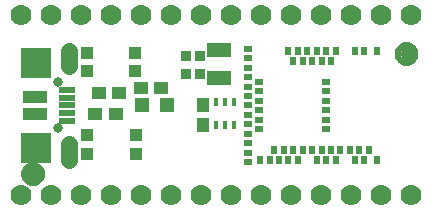
<source format=gbr>
G04 EAGLE Gerber RS-274X export*
G75*
%MOMM*%
%FSLAX34Y34*%
%LPD*%
%INSoldermask Top*%
%IPPOS*%
%AMOC8*
5,1,8,0,0,1.08239X$1,22.5*%
G01*
%ADD10R,1.001600X1.001600*%
%ADD11C,0.801600*%
%ADD12R,2.514600X2.514600*%
%ADD13C,1.409600*%
%ADD14R,2.101600X1.101600*%
%ADD15R,1.450000X0.500000*%
%ADD16R,1.301600X1.301600*%
%ADD17R,0.501600X0.701600*%
%ADD18R,0.701600X0.501600*%
%ADD19R,1.101600X1.176600*%
%ADD20R,1.176600X1.101600*%
%ADD21C,1.101600*%
%ADD22C,0.500000*%
%ADD23C,1.778000*%
%ADD24R,0.451600X0.801600*%
%ADD25R,2.001600X1.201600*%
%ADD26R,0.901600X0.901600*%


D10*
X109908Y63880D03*
X109908Y47880D03*
X68908Y47880D03*
X68908Y63880D03*
D11*
X44450Y108400D03*
X44450Y69400D03*
D12*
X25450Y52900D03*
X25450Y124900D03*
D13*
X53450Y121900D02*
X53450Y134980D01*
X53450Y55900D02*
X53450Y42820D01*
D14*
X24450Y96400D03*
X24450Y81400D03*
D15*
X52200Y101900D03*
X52200Y95400D03*
X52200Y88900D03*
X52200Y82400D03*
X52200Y75900D03*
D16*
X115230Y89154D03*
X136230Y89154D03*
D17*
X314360Y135400D03*
X295360Y135400D03*
X279360Y135400D03*
X275360Y126400D03*
X267360Y126400D03*
X259360Y126400D03*
X255360Y135400D03*
X251360Y126400D03*
X247360Y135400D03*
X243360Y126400D03*
X239360Y135400D03*
X263360Y135400D03*
D18*
X205360Y136900D03*
D17*
X271360Y135400D03*
D18*
X205360Y128900D03*
D17*
X303360Y135400D03*
D18*
X205360Y120900D03*
X205360Y112900D03*
X205360Y104900D03*
X205360Y96900D03*
X205360Y88900D03*
X205360Y80900D03*
X205360Y72900D03*
X214360Y100900D03*
X214360Y92900D03*
X214360Y84900D03*
X214360Y76900D03*
X214360Y68900D03*
X205360Y48900D03*
X205360Y64900D03*
X205360Y56900D03*
X205360Y40900D03*
D17*
X215360Y42400D03*
X223360Y42400D03*
X231360Y42400D03*
X235360Y51400D03*
X243360Y51400D03*
X239360Y42400D03*
X227360Y51400D03*
D18*
X214360Y108900D03*
D17*
X247360Y42400D03*
X251360Y51400D03*
X259360Y51400D03*
X263360Y42400D03*
X267360Y51400D03*
X271360Y42400D03*
X275360Y51400D03*
X279360Y42400D03*
X283360Y51400D03*
X291360Y51400D03*
X295360Y42400D03*
X299360Y51400D03*
X303360Y42400D03*
X307360Y51400D03*
X314360Y42400D03*
D18*
X271360Y108900D03*
X271360Y100900D03*
X271360Y92900D03*
X271360Y84900D03*
X271360Y76900D03*
X271360Y68900D03*
D19*
X167259Y89526D03*
X167259Y72526D03*
D20*
X114817Y103886D03*
X131817Y103886D03*
X79130Y99060D03*
X96130Y99060D03*
X75955Y81915D03*
X92955Y81915D03*
D21*
X23114Y30734D03*
D22*
X23114Y38234D02*
X22933Y38232D01*
X22752Y38225D01*
X22571Y38214D01*
X22390Y38199D01*
X22210Y38179D01*
X22030Y38155D01*
X21851Y38127D01*
X21673Y38094D01*
X21496Y38057D01*
X21319Y38016D01*
X21144Y37971D01*
X20969Y37921D01*
X20796Y37867D01*
X20625Y37809D01*
X20454Y37747D01*
X20286Y37680D01*
X20119Y37610D01*
X19953Y37536D01*
X19790Y37457D01*
X19629Y37375D01*
X19469Y37289D01*
X19312Y37199D01*
X19157Y37105D01*
X19004Y37008D01*
X18854Y36906D01*
X18706Y36802D01*
X18560Y36693D01*
X18418Y36582D01*
X18278Y36466D01*
X18141Y36348D01*
X18006Y36226D01*
X17875Y36101D01*
X17747Y35973D01*
X17622Y35842D01*
X17500Y35707D01*
X17382Y35570D01*
X17266Y35430D01*
X17155Y35288D01*
X17046Y35142D01*
X16942Y34994D01*
X16840Y34844D01*
X16743Y34691D01*
X16649Y34536D01*
X16559Y34379D01*
X16473Y34219D01*
X16391Y34058D01*
X16312Y33895D01*
X16238Y33729D01*
X16168Y33562D01*
X16101Y33394D01*
X16039Y33223D01*
X15981Y33052D01*
X15927Y32879D01*
X15877Y32704D01*
X15832Y32529D01*
X15791Y32352D01*
X15754Y32175D01*
X15721Y31997D01*
X15693Y31818D01*
X15669Y31638D01*
X15649Y31458D01*
X15634Y31277D01*
X15623Y31096D01*
X15616Y30915D01*
X15614Y30734D01*
X23114Y38234D02*
X23295Y38232D01*
X23476Y38225D01*
X23657Y38214D01*
X23838Y38199D01*
X24018Y38179D01*
X24198Y38155D01*
X24377Y38127D01*
X24555Y38094D01*
X24732Y38057D01*
X24909Y38016D01*
X25084Y37971D01*
X25259Y37921D01*
X25432Y37867D01*
X25603Y37809D01*
X25774Y37747D01*
X25942Y37680D01*
X26109Y37610D01*
X26275Y37536D01*
X26438Y37457D01*
X26599Y37375D01*
X26759Y37289D01*
X26916Y37199D01*
X27071Y37105D01*
X27224Y37008D01*
X27374Y36906D01*
X27522Y36802D01*
X27668Y36693D01*
X27810Y36582D01*
X27950Y36466D01*
X28087Y36348D01*
X28222Y36226D01*
X28353Y36101D01*
X28481Y35973D01*
X28606Y35842D01*
X28728Y35707D01*
X28846Y35570D01*
X28962Y35430D01*
X29073Y35288D01*
X29182Y35142D01*
X29286Y34994D01*
X29388Y34844D01*
X29485Y34691D01*
X29579Y34536D01*
X29669Y34379D01*
X29755Y34219D01*
X29837Y34058D01*
X29916Y33895D01*
X29990Y33729D01*
X30060Y33562D01*
X30127Y33394D01*
X30189Y33223D01*
X30247Y33052D01*
X30301Y32879D01*
X30351Y32704D01*
X30396Y32529D01*
X30437Y32352D01*
X30474Y32175D01*
X30507Y31997D01*
X30535Y31818D01*
X30559Y31638D01*
X30579Y31458D01*
X30594Y31277D01*
X30605Y31096D01*
X30612Y30915D01*
X30614Y30734D01*
X30612Y30553D01*
X30605Y30372D01*
X30594Y30191D01*
X30579Y30010D01*
X30559Y29830D01*
X30535Y29650D01*
X30507Y29471D01*
X30474Y29293D01*
X30437Y29116D01*
X30396Y28939D01*
X30351Y28764D01*
X30301Y28589D01*
X30247Y28416D01*
X30189Y28245D01*
X30127Y28074D01*
X30060Y27906D01*
X29990Y27739D01*
X29916Y27573D01*
X29837Y27410D01*
X29755Y27249D01*
X29669Y27089D01*
X29579Y26932D01*
X29485Y26777D01*
X29388Y26624D01*
X29286Y26474D01*
X29182Y26326D01*
X29073Y26180D01*
X28962Y26038D01*
X28846Y25898D01*
X28728Y25761D01*
X28606Y25626D01*
X28481Y25495D01*
X28353Y25367D01*
X28222Y25242D01*
X28087Y25120D01*
X27950Y25002D01*
X27810Y24886D01*
X27668Y24775D01*
X27522Y24666D01*
X27374Y24562D01*
X27224Y24460D01*
X27071Y24363D01*
X26916Y24269D01*
X26759Y24179D01*
X26599Y24093D01*
X26438Y24011D01*
X26275Y23932D01*
X26109Y23858D01*
X25942Y23788D01*
X25774Y23721D01*
X25603Y23659D01*
X25432Y23601D01*
X25259Y23547D01*
X25084Y23497D01*
X24909Y23452D01*
X24732Y23411D01*
X24555Y23374D01*
X24377Y23341D01*
X24198Y23313D01*
X24018Y23289D01*
X23838Y23269D01*
X23657Y23254D01*
X23476Y23243D01*
X23295Y23236D01*
X23114Y23234D01*
X22933Y23236D01*
X22752Y23243D01*
X22571Y23254D01*
X22390Y23269D01*
X22210Y23289D01*
X22030Y23313D01*
X21851Y23341D01*
X21673Y23374D01*
X21496Y23411D01*
X21319Y23452D01*
X21144Y23497D01*
X20969Y23547D01*
X20796Y23601D01*
X20625Y23659D01*
X20454Y23721D01*
X20286Y23788D01*
X20119Y23858D01*
X19953Y23932D01*
X19790Y24011D01*
X19629Y24093D01*
X19469Y24179D01*
X19312Y24269D01*
X19157Y24363D01*
X19004Y24460D01*
X18854Y24562D01*
X18706Y24666D01*
X18560Y24775D01*
X18418Y24886D01*
X18278Y25002D01*
X18141Y25120D01*
X18006Y25242D01*
X17875Y25367D01*
X17747Y25495D01*
X17622Y25626D01*
X17500Y25761D01*
X17382Y25898D01*
X17266Y26038D01*
X17155Y26180D01*
X17046Y26326D01*
X16942Y26474D01*
X16840Y26624D01*
X16743Y26777D01*
X16649Y26932D01*
X16559Y27089D01*
X16473Y27249D01*
X16391Y27410D01*
X16312Y27573D01*
X16238Y27739D01*
X16168Y27906D01*
X16101Y28074D01*
X16039Y28245D01*
X15981Y28416D01*
X15927Y28589D01*
X15877Y28764D01*
X15832Y28939D01*
X15791Y29116D01*
X15754Y29293D01*
X15721Y29471D01*
X15693Y29650D01*
X15669Y29830D01*
X15649Y30010D01*
X15634Y30191D01*
X15623Y30372D01*
X15616Y30553D01*
X15614Y30734D01*
D21*
X339344Y132461D03*
D22*
X339344Y139961D02*
X339163Y139959D01*
X338982Y139952D01*
X338801Y139941D01*
X338620Y139926D01*
X338440Y139906D01*
X338260Y139882D01*
X338081Y139854D01*
X337903Y139821D01*
X337726Y139784D01*
X337549Y139743D01*
X337374Y139698D01*
X337199Y139648D01*
X337026Y139594D01*
X336855Y139536D01*
X336684Y139474D01*
X336516Y139407D01*
X336349Y139337D01*
X336183Y139263D01*
X336020Y139184D01*
X335859Y139102D01*
X335699Y139016D01*
X335542Y138926D01*
X335387Y138832D01*
X335234Y138735D01*
X335084Y138633D01*
X334936Y138529D01*
X334790Y138420D01*
X334648Y138309D01*
X334508Y138193D01*
X334371Y138075D01*
X334236Y137953D01*
X334105Y137828D01*
X333977Y137700D01*
X333852Y137569D01*
X333730Y137434D01*
X333612Y137297D01*
X333496Y137157D01*
X333385Y137015D01*
X333276Y136869D01*
X333172Y136721D01*
X333070Y136571D01*
X332973Y136418D01*
X332879Y136263D01*
X332789Y136106D01*
X332703Y135946D01*
X332621Y135785D01*
X332542Y135622D01*
X332468Y135456D01*
X332398Y135289D01*
X332331Y135121D01*
X332269Y134950D01*
X332211Y134779D01*
X332157Y134606D01*
X332107Y134431D01*
X332062Y134256D01*
X332021Y134079D01*
X331984Y133902D01*
X331951Y133724D01*
X331923Y133545D01*
X331899Y133365D01*
X331879Y133185D01*
X331864Y133004D01*
X331853Y132823D01*
X331846Y132642D01*
X331844Y132461D01*
X339344Y139961D02*
X339525Y139959D01*
X339706Y139952D01*
X339887Y139941D01*
X340068Y139926D01*
X340248Y139906D01*
X340428Y139882D01*
X340607Y139854D01*
X340785Y139821D01*
X340962Y139784D01*
X341139Y139743D01*
X341314Y139698D01*
X341489Y139648D01*
X341662Y139594D01*
X341833Y139536D01*
X342004Y139474D01*
X342172Y139407D01*
X342339Y139337D01*
X342505Y139263D01*
X342668Y139184D01*
X342829Y139102D01*
X342989Y139016D01*
X343146Y138926D01*
X343301Y138832D01*
X343454Y138735D01*
X343604Y138633D01*
X343752Y138529D01*
X343898Y138420D01*
X344040Y138309D01*
X344180Y138193D01*
X344317Y138075D01*
X344452Y137953D01*
X344583Y137828D01*
X344711Y137700D01*
X344836Y137569D01*
X344958Y137434D01*
X345076Y137297D01*
X345192Y137157D01*
X345303Y137015D01*
X345412Y136869D01*
X345516Y136721D01*
X345618Y136571D01*
X345715Y136418D01*
X345809Y136263D01*
X345899Y136106D01*
X345985Y135946D01*
X346067Y135785D01*
X346146Y135622D01*
X346220Y135456D01*
X346290Y135289D01*
X346357Y135121D01*
X346419Y134950D01*
X346477Y134779D01*
X346531Y134606D01*
X346581Y134431D01*
X346626Y134256D01*
X346667Y134079D01*
X346704Y133902D01*
X346737Y133724D01*
X346765Y133545D01*
X346789Y133365D01*
X346809Y133185D01*
X346824Y133004D01*
X346835Y132823D01*
X346842Y132642D01*
X346844Y132461D01*
X346842Y132280D01*
X346835Y132099D01*
X346824Y131918D01*
X346809Y131737D01*
X346789Y131557D01*
X346765Y131377D01*
X346737Y131198D01*
X346704Y131020D01*
X346667Y130843D01*
X346626Y130666D01*
X346581Y130491D01*
X346531Y130316D01*
X346477Y130143D01*
X346419Y129972D01*
X346357Y129801D01*
X346290Y129633D01*
X346220Y129466D01*
X346146Y129300D01*
X346067Y129137D01*
X345985Y128976D01*
X345899Y128816D01*
X345809Y128659D01*
X345715Y128504D01*
X345618Y128351D01*
X345516Y128201D01*
X345412Y128053D01*
X345303Y127907D01*
X345192Y127765D01*
X345076Y127625D01*
X344958Y127488D01*
X344836Y127353D01*
X344711Y127222D01*
X344583Y127094D01*
X344452Y126969D01*
X344317Y126847D01*
X344180Y126729D01*
X344040Y126613D01*
X343898Y126502D01*
X343752Y126393D01*
X343604Y126289D01*
X343454Y126187D01*
X343301Y126090D01*
X343146Y125996D01*
X342989Y125906D01*
X342829Y125820D01*
X342668Y125738D01*
X342505Y125659D01*
X342339Y125585D01*
X342172Y125515D01*
X342004Y125448D01*
X341833Y125386D01*
X341662Y125328D01*
X341489Y125274D01*
X341314Y125224D01*
X341139Y125179D01*
X340962Y125138D01*
X340785Y125101D01*
X340607Y125068D01*
X340428Y125040D01*
X340248Y125016D01*
X340068Y124996D01*
X339887Y124981D01*
X339706Y124970D01*
X339525Y124963D01*
X339344Y124961D01*
X339163Y124963D01*
X338982Y124970D01*
X338801Y124981D01*
X338620Y124996D01*
X338440Y125016D01*
X338260Y125040D01*
X338081Y125068D01*
X337903Y125101D01*
X337726Y125138D01*
X337549Y125179D01*
X337374Y125224D01*
X337199Y125274D01*
X337026Y125328D01*
X336855Y125386D01*
X336684Y125448D01*
X336516Y125515D01*
X336349Y125585D01*
X336183Y125659D01*
X336020Y125738D01*
X335859Y125820D01*
X335699Y125906D01*
X335542Y125996D01*
X335387Y126090D01*
X335234Y126187D01*
X335084Y126289D01*
X334936Y126393D01*
X334790Y126502D01*
X334648Y126613D01*
X334508Y126729D01*
X334371Y126847D01*
X334236Y126969D01*
X334105Y127094D01*
X333977Y127222D01*
X333852Y127353D01*
X333730Y127488D01*
X333612Y127625D01*
X333496Y127765D01*
X333385Y127907D01*
X333276Y128053D01*
X333172Y128201D01*
X333070Y128351D01*
X332973Y128504D01*
X332879Y128659D01*
X332789Y128816D01*
X332703Y128976D01*
X332621Y129137D01*
X332542Y129300D01*
X332468Y129466D01*
X332398Y129633D01*
X332331Y129801D01*
X332269Y129972D01*
X332211Y130143D01*
X332157Y130316D01*
X332107Y130491D01*
X332062Y130666D01*
X332021Y130843D01*
X331984Y131020D01*
X331951Y131198D01*
X331923Y131377D01*
X331899Y131557D01*
X331879Y131737D01*
X331864Y131918D01*
X331853Y132099D01*
X331846Y132280D01*
X331844Y132461D01*
D23*
X12700Y165100D03*
X38100Y165100D03*
X63500Y165100D03*
X88900Y165100D03*
X114300Y165100D03*
X139700Y165100D03*
X165100Y165100D03*
X190500Y165100D03*
X215900Y165100D03*
X241300Y165100D03*
X266700Y165100D03*
X292100Y165100D03*
X317500Y165100D03*
X342900Y165100D03*
X342900Y12700D03*
X317500Y12700D03*
X292100Y12700D03*
X266700Y12700D03*
X241300Y12700D03*
X215900Y12700D03*
X190500Y12700D03*
X165100Y12700D03*
X139700Y12700D03*
X114300Y12700D03*
X88900Y12700D03*
X63500Y12700D03*
X38100Y12700D03*
X12700Y12700D03*
D24*
X192920Y91415D03*
X185420Y91415D03*
X177920Y91415D03*
X177920Y72415D03*
X185420Y72415D03*
X192920Y72415D03*
D10*
X68400Y117730D03*
X68400Y133730D03*
X109400Y133730D03*
X109400Y117730D03*
D25*
X180848Y136206D03*
X180848Y112206D03*
D26*
X164084Y131064D03*
X164084Y115824D03*
X152400Y115697D03*
X152400Y130937D03*
M02*

</source>
